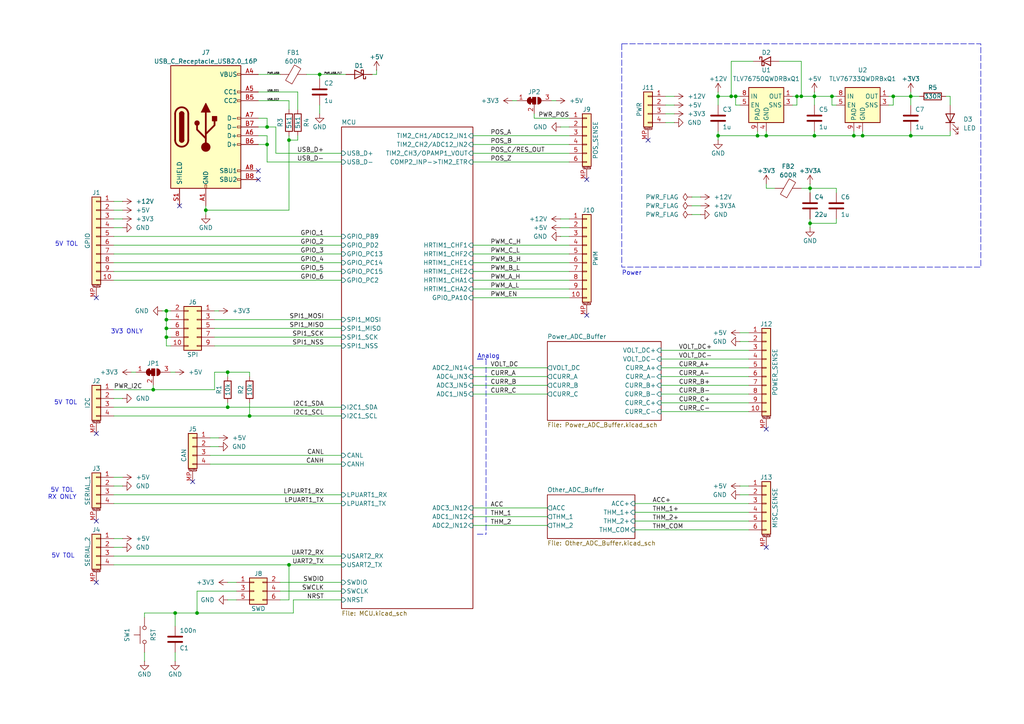
<source format=kicad_sch>
(kicad_sch (version 20250114) (generator "eeschema") (generator_version "9.0")
  (paper "A4")
  (title_block (title "Motor Control Brain Board") (date "2023-10-17") (rev "a"))
  (rectangle (start 180.34 12.7) (end 284.48 77.47) (stroke (width 0) (type dash)))
  (text "5V TOL\nRX ONLY" (at 18.034 143.256 0) (effects (font (size 1.27 1.27))))
  (text "Analog" (at 138.43 104.14 0) (effects (font (size 1.27 1.27)) (justify left bottom)))
  (text "3V3 ONLY" (at 36.83 96.266 0) (effects (font (size 1.27 1.27))))
  (text "Power" (at 180.34 80.01 0) (effects (font (size 1.27 1.27)) (justify left bottom)))
  (text "5V TOL" (at 19.05 116.84 0) (effects (font (size 1.27 1.27))))
  (text "5V TOL" (at 19.304 70.866 0) (effects (font (size 1.27 1.27))))
  (text "5V TOL" (at 18.288 161.29 0) (effects (font (size 1.27 1.27))))
  (junction (at 57.15 177.8))
  (junction (at 66.04 107.95))
  (junction (at 222.25 39.37))
  (junction (at 66.04 118.11))
  (junction (at 259.08 27.94))
  (junction (at 72.39 120.65))
  (junction (at 264.16 39.37))
  (junction (at 234.95 54.61))
  (junction (at 213.36 27.94))
  (junction (at 48.26 97.79))
  (junction (at 83.82 163.83))
  (junction (at 231.14 27.94))
  (junction (at 250.19 39.37))
  (junction (at 48.26 95.25))
  (junction (at 236.22 39.37))
  (junction (at 264.16 27.94))
  (junction (at 247.65 39.37))
  (junction (at 59.69 60.96))
  (junction (at 44.45 113.03))
  (junction (at 236.22 27.94))
  (junction (at 77.47 36.83))
  (junction (at 48.26 90.17))
  (junction (at 83.82 40.64))
  (junction (at 92.71 21.59))
  (junction (at 48.26 92.71))
  (junction (at 234.95 64.77))
  (junction (at 212.09 27.94))
  (junction (at 208.28 27.94))
  (junction (at 232.41 27.94))
  (junction (at 208.28 39.37))
  (junction (at 77.47 41.91))
  (junction (at 219.71 39.37))
  (junction (at 241.3 27.94))
  (junction (at 50.8 177.8))
  (no_connect (at 222.25 158.75))
  (no_connect (at 170.18 52.07))
  (no_connect (at 74.93 49.53))
  (no_connect (at 52.07 59.69))
  (no_connect (at 27.94 151.13))
  (no_connect (at 27.94 86.36))
  (no_connect (at 74.93 52.07))
  (no_connect (at 27.94 168.91))
  (no_connect (at 27.94 125.73))
  (no_connect (at 170.18 91.44))
  (no_connect (at 222.25 124.46))
  (no_connect (at 187.96 40.64))
  (no_connect (at 55.88 139.7))
  (wire (pts (xy 74.93 39.37) (xy 77.47 39.37)))
  (wire (pts (xy 33.02 66.04) (xy 35.56 66.04)))
  (wire (pts (xy 184.15 146.05) (xy 217.17 146.05)))
  (wire (pts (xy 264.16 26.67) (xy 264.16 27.94)))
  (wire (pts (xy 44.45 111.76) (xy 44.45 113.03)))
  (wire (pts (xy 226.06 17.78) (xy 232.41 17.78)))
  (wire (pts (xy 86.36 40.64) (xy 86.36 39.37)))
  (wire (pts (xy 137.16 109.22) (xy 158.75 109.22)))
  (wire (pts (xy 234.95 63.5) (xy 234.95 64.77)))
  (wire (pts (xy 137.16 111.76) (xy 158.75 111.76)))
  (wire (pts (xy 148.59 29.21) (xy 149.86 29.21)))
  (wire (pts (xy 57.15 177.8) (xy 57.15 171.45)))
  (wire (pts (xy 38.1 107.95) (xy 39.37 107.95)))
  (wire (pts (xy 137.16 106.68) (xy 158.75 106.68)))
  (wire (pts (xy 275.59 27.94) (xy 275.59 30.48)))
  (wire (pts (xy 212.09 27.94) (xy 213.36 27.94)))
  (wire (pts (xy 77.47 34.29) (xy 74.93 34.29)))
  (wire (pts (xy 60.96 134.62) (xy 99.06 134.62)))
  (wire (pts (xy 208.28 26.67) (xy 208.28 27.94)))
  (wire (pts (xy 62.23 92.71) (xy 99.06 92.71)))
  (wire (pts (xy 264.16 30.48) (xy 264.16 27.94)))
  (wire (pts (xy 232.41 27.94) (xy 236.22 27.94)))
  (wire (pts (xy 241.3 27.94) (xy 241.3 30.48)))
  (wire (pts (xy 154.94 34.29) (xy 165.1 34.29)))
  (wire (pts (xy 33.02 140.97) (xy 35.56 140.97)))
  (wire (pts (xy 218.44 17.78) (xy 212.09 17.78)))
  (wire (pts (xy 242.57 63.5) (xy 242.57 64.77)))
  (wire (pts (xy 63.5 90.17) (xy 62.23 90.17)))
  (wire (pts (xy 109.22 21.59) (xy 107.95 21.59)))
  (wire (pts (xy 162.56 63.5) (xy 165.1 63.5)))
  (wire (pts (xy 33.02 63.5) (xy 35.56 63.5)))
  (wire (pts (xy 236.22 39.37) (xy 247.65 39.37)))
  (wire (pts (xy 33.02 76.2) (xy 99.06 76.2)))
  (wire (pts (xy 80.01 36.83) (xy 80.01 44.45)))
  (wire (pts (xy 49.53 100.33) (xy 48.26 100.33)))
  (wire (pts (xy 49.53 95.25) (xy 48.26 95.25)))
  (wire (pts (xy 191.77 104.14) (xy 217.17 104.14)))
  (wire (pts (xy 191.77 116.84) (xy 217.17 116.84)))
  (wire (pts (xy 62.23 100.33) (xy 99.06 100.33)))
  (wire (pts (xy 214.63 96.52) (xy 217.17 96.52)))
  (wire (pts (xy 231.14 30.48) (xy 231.14 27.94)))
  (wire (pts (xy 184.15 153.67) (xy 217.17 153.67)))
  (wire (pts (xy 44.45 113.03) (xy 62.23 113.03)))
  (polyline (pts (xy 140.97 104.14) (xy 140.97 154.94)) (stroke (width 0) (type dash)))
  (wire (pts (xy 222.25 54.61) (xy 224.79 54.61)))
  (wire (pts (xy 46.99 90.17) (xy 48.26 90.17)))
  (wire (pts (xy 236.22 30.48) (xy 236.22 27.94)))
  (wire (pts (xy 236.22 39.37) (xy 236.22 38.1)))
  (wire (pts (xy 50.8 177.8) (xy 50.8 181.61)))
  (wire (pts (xy 259.08 30.48) (xy 259.08 27.94)))
  (wire (pts (xy 208.28 39.37) (xy 219.71 39.37)))
  (wire (pts (xy 200.66 59.69) (xy 203.2 59.69)))
  (wire (pts (xy 33.02 158.75) (xy 35.56 158.75)))
  (wire (pts (xy 212.09 17.78) (xy 212.09 27.94)))
  (wire (pts (xy 62.23 113.03) (xy 62.23 107.95)))
  (wire (pts (xy 137.16 78.74) (xy 165.1 78.74)))
  (wire (pts (xy 74.93 29.21) (xy 83.82 29.21)))
  (wire (pts (xy 63.5 129.54) (xy 60.96 129.54)))
  (wire (pts (xy 137.16 41.91) (xy 165.1 41.91)))
  (wire (pts (xy 191.77 106.68) (xy 217.17 106.68)))
  (polyline (pts (xy 138.43 104.14) (xy 140.97 104.14)) (stroke (width 0) (type dash)))
  (wire (pts (xy 241.3 30.48) (xy 242.57 30.48)))
  (wire (pts (xy 219.71 39.37) (xy 222.25 39.37)))
  (wire (pts (xy 208.28 39.37) (xy 208.28 40.64)))
  (wire (pts (xy 200.66 62.23) (xy 203.2 62.23)))
  (wire (pts (xy 83.82 60.96) (xy 59.69 60.96)))
  (wire (pts (xy 86.36 26.67) (xy 86.36 31.75)))
  (wire (pts (xy 83.82 40.64) (xy 83.82 60.96)))
  (wire (pts (xy 41.91 189.23) (xy 41.91 191.77)))
  (wire (pts (xy 77.47 36.83) (xy 80.01 36.83)))
  (wire (pts (xy 50.8 177.8) (xy 57.15 177.8)))
  (wire (pts (xy 62.23 107.95) (xy 66.04 107.95)))
  (wire (pts (xy 214.63 143.51) (xy 217.17 143.51)))
  (wire (pts (xy 213.36 27.94) (xy 214.63 27.94)))
  (wire (pts (xy 92.71 21.59) (xy 100.33 21.59)))
  (wire (pts (xy 242.57 55.88) (xy 242.57 54.61)))
  (wire (pts (xy 234.95 64.77) (xy 234.95 66.04)))
  (wire (pts (xy 250.19 39.37) (xy 264.16 39.37)))
  (wire (pts (xy 81.28 168.91) (xy 99.06 168.91)))
  (wire (pts (xy 60.96 132.08) (xy 99.06 132.08)))
  (wire (pts (xy 191.77 119.38) (xy 217.17 119.38)))
  (wire (pts (xy 48.26 97.79) (xy 48.26 95.25)))
  (wire (pts (xy 184.15 148.59) (xy 217.17 148.59)))
  (wire (pts (xy 49.53 107.95) (xy 50.8 107.95)))
  (wire (pts (xy 77.47 46.99) (xy 99.06 46.99)))
  (wire (pts (xy 236.22 26.67) (xy 236.22 27.94)))
  (wire (pts (xy 66.04 168.91) (xy 68.58 168.91)))
  (wire (pts (xy 137.16 114.3) (xy 158.75 114.3)))
  (wire (pts (xy 232.41 54.61) (xy 234.95 54.61)))
  (wire (pts (xy 62.23 97.79) (xy 99.06 97.79)))
  (wire (pts (xy 83.82 40.64) (xy 83.82 39.37)))
  (wire (pts (xy 33.02 113.03) (xy 44.45 113.03)))
  (wire (pts (xy 66.04 109.22) (xy 66.04 107.95)))
  (wire (pts (xy 109.22 20.32) (xy 109.22 21.59)))
  (wire (pts (xy 162.56 36.83) (xy 165.1 36.83)))
  (wire (pts (xy 137.16 46.99) (xy 165.1 46.99)))
  (wire (pts (xy 77.47 36.83) (xy 77.47 34.29)))
  (wire (pts (xy 208.28 30.48) (xy 208.28 27.94)))
  (wire (pts (xy 184.15 151.13) (xy 217.17 151.13)))
  (wire (pts (xy 74.93 21.59) (xy 81.28 21.59)))
  (wire (pts (xy 88.9 21.59) (xy 92.71 21.59)))
  (wire (pts (xy 250.19 38.1) (xy 250.19 39.37)))
  (wire (pts (xy 33.02 115.57) (xy 35.56 115.57)))
  (wire (pts (xy 257.81 27.94) (xy 259.08 27.94)))
  (wire (pts (xy 137.16 73.66) (xy 165.1 73.66)))
  (wire (pts (xy 234.95 53.34) (xy 234.95 54.61)))
  (wire (pts (xy 57.15 177.8) (xy 85.09 177.8)))
  (wire (pts (xy 50.8 189.23) (xy 50.8 191.77)))
  (wire (pts (xy 247.65 39.37) (xy 250.19 39.37)))
  (wire (pts (xy 49.53 97.79) (xy 48.26 97.79)))
  (wire (pts (xy 193.04 33.02) (xy 195.58 33.02)))
  (wire (pts (xy 35.56 138.43) (xy 33.02 138.43)))
  (wire (pts (xy 59.69 60.96) (xy 59.69 59.69)))
  (wire (pts (xy 74.93 41.91) (xy 77.47 41.91)))
  (wire (pts (xy 222.25 53.34) (xy 222.25 54.61)))
  (wire (pts (xy 274.32 27.94) (xy 275.59 27.94)))
  (wire (pts (xy 191.77 114.3) (xy 217.17 114.3)))
  (wire (pts (xy 33.02 81.28) (xy 99.06 81.28)))
  (wire (pts (xy 77.47 41.91) (xy 77.47 46.99)))
  (wire (pts (xy 214.63 140.97) (xy 217.17 140.97)))
  (wire (pts (xy 66.04 118.11) (xy 99.06 118.11)))
  (wire (pts (xy 80.01 44.45) (xy 99.06 44.45)))
  (wire (pts (xy 83.82 29.21) (xy 83.82 31.75)))
  (wire (pts (xy 72.39 107.95) (xy 72.39 109.22)))
  (wire (pts (xy 137.16 86.36) (xy 165.1 86.36)))
  (wire (pts (xy 208.28 38.1) (xy 208.28 39.37)))
  (wire (pts (xy 229.87 27.94) (xy 231.14 27.94)))
  (wire (pts (xy 213.36 27.94) (xy 213.36 30.48)))
  (wire (pts (xy 247.65 38.1) (xy 247.65 39.37)))
  (wire (pts (xy 41.91 177.8) (xy 50.8 177.8)))
  (wire (pts (xy 137.16 149.86) (xy 158.75 149.86)))
  (wire (pts (xy 33.02 68.58) (xy 99.06 68.58)))
  (wire (pts (xy 48.26 92.71) (xy 48.26 90.17)))
  (wire (pts (xy 264.16 27.94) (xy 266.7 27.94)))
  (wire (pts (xy 275.59 38.1) (xy 275.59 39.37)))
  (wire (pts (xy 208.28 27.94) (xy 212.09 27.94)))
  (wire (pts (xy 83.82 40.64) (xy 86.36 40.64)))
  (wire (pts (xy 33.02 143.51) (xy 99.06 143.51)))
  (wire (pts (xy 92.71 30.48) (xy 92.71 33.02)))
  (wire (pts (xy 234.95 55.88) (xy 234.95 54.61)))
  (wire (pts (xy 264.16 39.37) (xy 275.59 39.37)))
  (wire (pts (xy 77.47 39.37) (xy 77.47 41.91)))
  (wire (pts (xy 66.04 107.95) (xy 72.39 107.95)))
  (wire (pts (xy 74.93 26.67) (xy 86.36 26.67)))
  (wire (pts (xy 66.04 173.99) (xy 68.58 173.99)))
  (wire (pts (xy 60.96 127) (xy 63.5 127)))
  (wire (pts (xy 48.26 90.17) (xy 49.53 90.17)))
  (wire (pts (xy 33.02 156.21) (xy 35.56 156.21)))
  (wire (pts (xy 33.02 120.65) (xy 72.39 120.65)))
  (wire (pts (xy 85.09 177.8) (xy 85.09 173.99)))
  (wire (pts (xy 217.17 99.06) (xy 214.63 99.06)))
  (wire (pts (xy 33.02 118.11) (xy 66.04 118.11)))
  (wire (pts (xy 137.16 44.45) (xy 165.1 44.45)))
  (wire (pts (xy 137.16 39.37) (xy 165.1 39.37)))
  (wire (pts (xy 137.16 76.2) (xy 165.1 76.2)))
  (wire (pts (xy 154.94 34.29) (xy 154.94 33.02)))
  (wire (pts (xy 33.02 163.83) (xy 83.82 163.83)))
  (wire (pts (xy 74.93 36.83) (xy 77.47 36.83)))
  (wire (pts (xy 72.39 120.65) (xy 99.06 120.65)))
  (wire (pts (xy 33.02 146.05) (xy 99.06 146.05)))
  (polyline (pts (xy 138.43 104.14) (xy 140.97 104.14)) (stroke (width 0) (type dash)))
  (wire (pts (xy 231.14 30.48) (xy 229.87 30.48)))
  (wire (pts (xy 191.77 111.76) (xy 217.17 111.76)))
  (wire (pts (xy 33.02 60.96) (xy 35.56 60.96)))
  (wire (pts (xy 137.16 147.32) (xy 158.75 147.32)))
  (wire (pts (xy 259.08 27.94) (xy 264.16 27.94)))
  (wire (pts (xy 236.22 27.94) (xy 241.3 27.94)))
  (wire (pts (xy 165.1 66.04) (xy 162.56 66.04)))
  (wire (pts (xy 81.28 171.45) (xy 99.06 171.45)))
  (wire (pts (xy 232.41 17.78) (xy 232.41 27.94)))
  (wire (pts (xy 83.82 163.83) (xy 99.06 163.83)))
  (wire (pts (xy 234.95 54.61) (xy 242.57 54.61)))
  (wire (pts (xy 41.91 179.07) (xy 41.91 177.8)))
  (wire (pts (xy 57.15 171.45) (xy 68.58 171.45)))
  (wire (pts (xy 222.25 38.1) (xy 222.25 39.37)))
  (wire (pts (xy 35.56 58.42) (xy 33.02 58.42)))
  (polyline (pts (xy 138.43 154.94) (xy 140.97 154.94)) (stroke (width 0) (type dash)))
  (wire (pts (xy 231.14 27.94) (xy 232.41 27.94)))
  (wire (pts (xy 162.56 68.58) (xy 165.1 68.58)))
  (wire (pts (xy 33.02 73.66) (xy 99.06 73.66)))
  (wire (pts (xy 242.57 64.77) (xy 234.95 64.77)))
  (wire (pts (xy 219.71 38.1) (xy 219.71 39.37)))
  (wire (pts (xy 161.29 29.21) (xy 160.02 29.21)))
  (wire (pts (xy 33.02 78.74) (xy 99.06 78.74)))
  (wire (pts (xy 259.08 30.48) (xy 257.81 30.48)))
  (wire (pts (xy 191.77 109.22) (xy 217.17 109.22)))
  (wire (pts (xy 200.66 57.15) (xy 203.2 57.15)))
  (wire (pts (xy 33.02 161.29) (xy 99.06 161.29)))
  (wire (pts (xy 193.04 30.48) (xy 195.58 30.48)))
  (wire (pts (xy 137.16 152.4) (xy 158.75 152.4)))
  (wire (pts (xy 137.16 83.82) (xy 165.1 83.82)))
  (wire (pts (xy 193.04 35.56) (xy 195.58 35.56)))
  (wire (pts (xy 81.28 173.99) (xy 83.82 173.99)))
  (wire (pts (xy 33.02 71.12) (xy 99.06 71.12)))
  (wire (pts (xy 72.39 116.84) (xy 72.39 120.65)))
  (wire (pts (xy 48.26 92.71) (xy 48.26 95.25)))
  (wire (pts (xy 222.25 39.37) (xy 236.22 39.37)))
  (wire (pts (xy 191.77 101.6) (xy 217.17 101.6)))
  (wire (pts (xy 49.53 92.71) (xy 48.26 92.71)))
  (wire (pts (xy 85.09 173.99) (xy 99.06 173.99)))
  (wire (pts (xy 66.04 116.84) (xy 66.04 118.11)))
  (wire (pts (xy 195.58 27.94) (xy 193.04 27.94)))
  (wire (pts (xy 48.26 97.79) (xy 48.26 100.33)))
  (wire (pts (xy 213.36 30.48) (xy 214.63 30.48)))
  (wire (pts (xy 92.71 21.59) (xy 92.71 22.86)))
  (wire (pts (xy 59.69 60.96) (xy 59.69 62.23)))
  (wire (pts (xy 264.16 39.37) (xy 264.16 38.1)))
  (wire (pts (xy 83.82 163.83) (xy 83.82 173.99)))
  (wire (pts (xy 241.3 27.94) (xy 242.57 27.94)))
  (wire (pts (xy 137.16 81.28) (xy 165.1 81.28)))
  (wire (pts (xy 137.16 71.12) (xy 165.1 71.12)))
  (wire (pts (xy 62.23 95.25) (xy 99.06 95.25)))
  (label "SPI1_MOSI" (at 93.98 92.71 180))
  (label "ACC+" (at 189.23 146.05 0))
  (label "USB_CC2" (at 77.47 29.21 0) (effects (font (size 0.5 0.5))))
  (label "VOLT_DC+" (at 196.85 101.6 0))
  (label "LPUART1_RX" (at 93.98 143.51 180))
  (label "CURR_A-" (at 196.85 109.22 0))
  (label "CANL" (at 93.98 132.08 180))
  (label "CURR_B+" (at 196.85 111.76 0))
  (label "GPIO_5" (at 93.98 78.74 180))
  (label "POS_C{slash}RES_OUT" (at 142.24 44.45 0))
  (label "POS_A" (at 142.24 39.37 0))
  (label "SPI1_NSS" (at 93.98 100.33 180))
  (label "CURR_C" (at 142.24 114.3 0))
  (label "PWM_A_H" (at 142.24 81.28 0))
  (label "PWM_C_H" (at 142.24 71.12 0))
  (label "THM_1+" (at 189.23 148.59 0))
  (label "GPIO_3" (at 93.98 73.66 180))
  (label "SWDIO" (at 93.98 168.91 180))
  (label "PWR_I2C" (at 33.02 113.03 0))
  (label "PWR_POS" (at 165.1 34.29 180))
  (label "CURR_C-" (at 196.85 119.38 0))
  (label "USB_D+" (at 93.98 44.45 180))
  (label "USB_CC1" (at 77.47 26.67 0) (effects (font (size 0.5 0.5))))
  (label "PWR_USB_FLT" (at 93.98 21.59 0) (effects (font (size 0.5 0.5))))
  (label "GPIO_2" (at 93.98 71.12 180))
  (label "VOLT_DC-" (at 196.85 104.14 0))
  (label "PWM_A_L" (at 142.24 83.82 0))
  (label "SPI1_MISO" (at 93.98 95.25 180))
  (label "CANH" (at 93.98 134.62 180))
  (label "CURR_C+" (at 196.85 116.84 0))
  (label "UART2_RX" (at 93.98 161.29 180))
  (label "PWM_B_H" (at 142.24 76.2 0))
  (label "VOLT_DC" (at 142.24 106.68 0))
  (label "POS_B" (at 142.24 41.91 0))
  (label "GPIO_1" (at 93.98 68.58 180))
  (label "NRST" (at 93.98 173.99 180))
  (label "PWR_USB" (at 77.47 21.59 0) (effects (font (size 0.5 0.5))))
  (label "CURR_B" (at 142.24 111.76 0))
  (label "THM_2+" (at 189.23 151.13 0))
  (label "PWM_EN" (at 142.24 86.36 0))
  (label "ACC" (at 142.24 147.32 0))
  (label "THM_1" (at 142.24 149.86 0))
  (label "SPI1_SCK" (at 93.98 97.79 180))
  (label "USB_D-" (at 93.98 46.99 180))
  (label "CURR_A+" (at 196.85 106.68 0))
  (label "UART2_TX" (at 93.98 163.83 180))
  (label "GPIO_4" (at 93.98 76.2 180))
  (label "PWM_B_L" (at 142.24 78.74 0))
  (label "PWM_C_L" (at 142.24 73.66 0))
  (label "GPIO_6" (at 93.98 81.28 180))
  (label "SWCLK" (at 93.98 171.45 180))
  (label "THM_2" (at 142.24 152.4 0))
  (label "I2C1_SCL" (at 93.98 120.65 180))
  (label "POS_Z" (at 142.24 46.99 0))
  (label "CURR_B-" (at 196.85 114.3 0))
  (label "I2C1_SDA" (at 93.98 118.11 180))
  (label "THM_COM" (at 189.23 153.67 0))
  (label "LPUART1_TX" (at 93.98 146.05 180))
  (label "CURR_A" (at 142.24 109.22 0))
  (symbol (lib_id "Device:C") (at 236.22 34.29 0) (unit 1)
    (property "Reference" "C5" (at 237.49 31.75 0) (effects (justify left)))
    (property "Value" "1u" (at 237.49 36.83 0) (effects (justify left)))
    (property "Footprint" "Capacitor_SMD:C_0402_1005Metric" (effects (hide yes)))
    (property "Description" "Unpolarized capacitor" (effects (hide yes)))
  )
  (symbol (lib_id "Device:C") (at 50.8 185.42 180) (unit 1)
    (property "Reference" "C1" (at 52.07 187.96 0) (effects (justify right)))
    (property "Value" "100n" (at 52.07 182.88 0) (effects (justify right)))
    (property "Footprint" "Capacitor_SMD:C_0402_1005Metric" (effects (hide yes)))
    (property "Description" "Unpolarized capacitor" (effects (hide yes)))
  )
  (symbol (lib_id "power:+3V3") (at 63.5 90.17 270) (unit 1)
    (property "Reference" "#PWR015" (effects (hide yes)))
    (property "Value" "+3V3" (at 67.31 90.1699 90) (effects (justify left)))
    (property "Description" "Power symbol creates a global label with name \"+3V3\"" (effects (hide yes)))
  )
  (symbol (lib_id "Device:R") (at 66.04 113.03 0) (unit 1)
    (property "Reference" "R1" (at 63.5 113.03 90))
    (property "Value" "10k" (at 66.04 113.03 90))
    (property "Footprint" "Resistor_SMD:R_0402_1005Metric" (effects (hide yes)))
    (property "Description" "Resistor" (effects (hide yes)))
  )
  (symbol (lib_id "power:GND") (at 41.91 191.77 0) (unit 1)
    (property "Reference" "#PWR010" (effects (hide yes)))
    (property "Value" "GND" (at 41.91 195.58 0))
    (property "Description" "Power symbol creates a global label with name \"GND\" , ground" (effects (hide yes)))
  )
  (symbol (lib_id "power:GND") (at 59.69 62.23 0) (unit 1)
    (property "Reference" "#PWR014" (effects (hide yes)))
    (property "Value" "GND" (at 59.69 66.04 0))
    (property "Description" "Power symbol creates a global label with name \"GND\" , ground" (effects (hide yes)))
  )
  (symbol (lib_id "Connector_Generic_MountingPin:Conn_01x04_MountingPin") (at 187.96 30.48 0) (mirror y) (unit 1)
    (property "Reference" "J11" (at 187.96 25.4 0))
    (property "Value" "PWR" (at 185.42 31.75 90))
    (property "Footprint" "Connector_JST:JST_GH_SM04B-GHS-TB_1x04-1MP_P1.25mm_Horizontal" (effects (hide yes)))
    (property "Description" "Generic connectable mounting pin connector, single row, 01x04, script generated (kicad-library-utils/schlib/autogen/connector/)" (effects (hide yes)))
  )
  (symbol (lib_id "Connector_Generic_MountingPin:Conn_01x04_MountingPin") (at 55.88 129.54 0) (mirror y) (unit 1)
    (property "Reference" "J5" (at 55.88 124.46 0))
    (property "Value" "CAN" (at 53.34 132.08 90))
    (property "Footprint" "Connector_JST:JST_GH_SM04B-GHS-TB_1x04-1MP_P1.25mm_Horizontal" (effects (hide yes)))
    (property "Description" "Generic connectable mounting pin connector, single row, 01x04, script generated (kicad-library-utils/schlib/autogen/connector/)" (effects (hide yes)))
  )
  (symbol (lib_id "Connector_Generic:Conn_02x03_Odd_Even") (at 73.66 171.45 0) (unit 1) (in_bom no)
    (property "Reference" "J8" (at 74.93 166.37 0))
    (property "Value" "SWD" (at 74.93 176.53 0))
    (property "Footprint" "Connector:Tag-Connect_TC2030-IDC-FP_2x03_P1.27mm_Vertical" (effects (hide yes)))
    (property "Description" "Generic connector, double row, 02x03, odd/even pin numbering scheme (row 1 odd numbers, row 2 even numbers), script generated (kicad-library-utils/schlib/autogen/connector/)" (effects (hide yes)))
  )
  (symbol (lib_id "Device:C") (at 92.71 26.67 0) (unit 1)
    (property "Reference" "C2" (at 93.98 24.13 0) (effects (justify left)))
    (property "Value" "1u" (at 93.98 29.21 0) (effects (justify left)))
    (property "Footprint" "Capacitor_SMD:C_0402_1005Metric" (effects (hide yes)))
    (property "Description" "Unpolarized capacitor" (effects (hide yes)))
  )
  (symbol (lib_id "power:+3V3") (at 35.56 63.5 270) (unit 1)
    (property "Reference" "#PWR02" (effects (hide yes)))
    (property "Value" "+3V3" (at 39.37 63.4999 90) (effects (justify left)))
    (property "Description" "Power symbol creates a global label with name \"+3V3\"" (effects (hide yes)))
  )
  (symbol (lib_id "power:+5V") (at 214.63 140.97 90) (unit 1)
    (property "Reference" "#PWR039" (effects (hide yes)))
    (property "Value" "+5V" (at 210.82 140.97 90) (effects (justify left)))
    (property "Description" "Power symbol creates a global label with name \"+5V\"" (effects (hide yes)))
  )
  (symbol (lib_id "power:+3V3") (at 66.04 168.91 90) (unit 1)
    (property "Reference" "#PWR018" (effects (hide yes)))
    (property "Value" "+3V3" (at 62.23 168.9099 90) (effects (justify left)))
    (property "Description" "Power symbol creates a global label with name \"+3V3\"" (effects (hide yes)))
  )
  (symbol (lib_id "power:+3.3VA") (at 203.2 59.69 270) (unit 1)
    (property "Reference" "#PWR033" (effects (hide yes)))
    (property "Value" "+3V3A" (at 207.01 59.69 90) (effects (justify left)))
    (property "Description" "Power symbol creates a global label with name \"+3.3VA\"" (effects (hide yes)))
  )
  (symbol (lib_id "power:GND") (at 195.58 35.56 90) (unit 1)
    (property "Reference" "#PWR031" (effects (hide yes)))
    (property "Value" "GND" (at 199.39 35.56 90) (effects (justify right)))
    (property "Description" "Power symbol creates a global label with name \"GND\" , ground" (effects (hide yes)))
  )
  (symbol (lib_id "power:+5V") (at 109.22 20.32 0) (unit 1)
    (property "Reference" "#PWR021" (effects (hide yes)))
    (property "Value" "+5V" (at 109.22 16.51 0))
    (property "Description" "Power symbol creates a global label with name \"+5V\"" (effects (hide yes)))
  )
  (symbol (lib_id "power:+5V") (at 50.8 107.95 270) (unit 1)
    (property "Reference" "#PWR012" (effects (hide yes)))
    (property "Value" "+5V" (at 54.61 107.95 90) (effects (justify left)))
    (property "Description" "Power symbol creates a global label with name \"+5V\"" (effects (hide yes)))
  )
  (symbol (lib_id "Device:LED") (at 275.59 34.29 90) (unit 1)
    (property "Reference" "D3" (at 279.4 34.6074 90) (effects (justify right)))
    (property "Value" "LED" (at 279.4 37.1474 90) (effects (justify right)))
    (property "Footprint" "LED_SMD:LED_0603_1608Metric" (effects (hide yes)))
    (property "Description" "Light emitting diode" (effects (hide yes)))
  )
  (symbol (lib_id "Device:D_Schottky") (at 104.14 21.59 180) (unit 1)
    (property "Reference" "D1" (at 104.14 19.05 0))
    (property "Value" "D_Schottky" (effects (hide yes)))
    (property "Footprint" "Diode_SMD:D_0402_1005Metric" (effects (hide yes)))
    (property "Description" "Schottky diode" (effects (hide yes)))
  )
  (symbol (lib_id "Connector_Generic_MountingPin:Conn_01x10_MountingPin") (at 27.94 68.58 0) (mirror y) (unit 1)
    (property "Reference" "J1" (at 27.94 55.88 0))
    (property "Value" "GPIO" (at 25.4 69.85 90))
    (property "Footprint" "Connector_JST:JST_GH_SM10B-GHS-TB_1x10-1MP_P1.25mm_Horizontal" (effects (hide yes)))
    (property "Description" "Generic connectable mounting pin connector, single row, 01x10, script generated (kicad-library-utils/schlib/autogen/connector/)" (effects (hide yes)))
  )
  (symbol (lib_id "power:+12V") (at 208.28 26.67 0) (unit 1)
    (property "Reference" "#PWR035" (effects (hide yes)))
    (property "Value" "+12V" (at 208.28 22.86 0))
    (property "Description" "Power symbol creates a global label with name \"+12V\"" (effects (hide yes)))
  )
  (symbol (lib_id "power:GND") (at 162.56 36.83 270) (unit 1)
    (property "Reference" "#PWR024" (effects (hide yes)))
    (property "Value" "GND" (at 158.75 36.83 90) (effects (justify right)))
    (property "Description" "Power symbol creates a global label with name \"GND\" , ground" (effects (hide yes)))
  )
  (symbol (lib_id "power:GND") (at 234.95 66.04 0) (unit 1)
    (property "Reference" "#PWR043" (effects (hide yes)))
    (property "Value" "GND" (at 234.95 69.85 0))
    (property "Description" "Power symbol creates a global label with name \"GND\" , ground" (effects (hide yes)))
  )
  (symbol (lib_id "Connector_Generic_MountingPin:Conn_01x06_MountingPin") (at 170.18 39.37 0) (unit 1)
    (property "Reference" "J9" (at 170.18 31.75 0))
    (property "Value" "POS_SENSE" (at 172.72 40.64 90))
    (property "Footprint" "Connector_JST:JST_GH_SM06B-GHS-TB_1x06-1MP_P1.25mm_Horizontal" (effects (hide yes)))
    (property "Description" "Generic connectable mounting pin connector, single row, 01x06, script generated (kicad-library-utils/schlib/autogen/connector/)" (effects (hide yes)))
  )
  (symbol (lib_id "Device:R") (at 72.39 113.03 0) (unit 1)
    (property "Reference" "R2" (at 69.85 113.03 90))
    (property "Value" "10k" (at 72.39 113.03 90))
    (property "Footprint" "Resistor_SMD:R_0402_1005Metric" (effects (hide yes)))
    (property "Description" "Resistor" (effects (hide yes)))
  )
  (symbol (lib_id "power:+12V") (at 195.58 27.94 270) (unit 1)
    (property "Reference" "#PWR028" (effects (hide yes)))
    (property "Value" "+12V" (at 199.39 27.94 90) (effects (justify left)))
    (property "Description" "Power symbol creates a global label with name \"+12V\"" (effects (hide yes)))
  )
  (symbol (lib_id "Connector_Generic:Conn_02x05_Odd_Even") (at 57.15 95.25 0) (mirror y) (unit 1)
    (property "Reference" "J6" (at 55.88 87.63 0))
    (property "Value" "SPI" (at 55.88 102.87 0))
    (property "Footprint" "Connector_PinHeader_1.27mm:PinHeader_2x05_P1.27mm_Vertical" (effects (hide yes)))
    (property "Description" "Generic connector, double row, 02x05, odd/even pin numbering scheme (row 1 odd numbers, row 2 even numbers), script generated (kicad-library-utils/schlib/autogen/connector/)" (effects (hide yes)))
  )
  (symbol (lib_id "Device:FerriteBead") (at 228.6 54.61 90) (unit 1)
    (property "Reference" "FB2" (at 228.6 48.26 90))
    (property "Value" "600R" (at 228.6 50.8 90))
    (property "Footprint" "Inductor_SMD:L_0603_1608Metric" (effects (hide yes)))
    (property "Description" "Ferrite bead" (effects (hide yes)))
  )
  (symbol (lib_id "Device:C") (at 242.57 59.69 0) (unit 1)
    (property "Reference" "C6" (at 243.84 57.15 0) (effects (justify left)))
    (property "Value" "1u" (at 243.84 62.23 0) (effects (justify left)))
    (property "Footprint" "Capacitor_SMD:C_0402_1005Metric" (effects (hide yes)))
    (property "Description" "Unpolarized capacitor" (effects (hide yes)))
  )
  (symbol (lib_id "power:GND") (at 162.56 68.58 270) (unit 1)
    (property "Reference" "#PWR027" (effects (hide yes)))
    (property "Value" "GND" (at 158.75 68.58 90) (effects (justify right)))
    (property "Description" "Power symbol creates a global label with name \"GND\" , ground" (effects (hide yes)))
  )
  (symbol (lib_id "Device:C") (at 208.28 34.29 0) (unit 1)
    (property "Reference" "C3" (at 209.55 31.75 0) (effects (justify left)))
    (property "Value" "1u" (at 209.55 36.83 0) (effects (justify left)))
    (property "Footprint" "Capacitor_SMD:C_0402_1005Metric" (effects (hide yes)))
    (property "Description" "Unpolarized capacitor" (effects (hide yes)))
  )
  (symbol (lib_id "Connector_Generic_MountingPin:Conn_01x04_MountingPin") (at 27.94 158.75 0) (mirror y) (unit 1)
    (property "Reference" "J4" (at 27.94 153.67 0))
    (property "Value" "SERIAL_2" (at 25.4 160.02 90))
    (property "Footprint" "Connector_JST:JST_GH_SM04B-GHS-TB_1x04-1MP_P1.25mm_Horizontal" (effects (hide yes)))
    (property "Description" "Generic connectable mounting pin connector, single row, 01x04, script generated (kicad-library-utils/schlib/autogen/connector/)" (effects (hide yes)))
  )
  (symbol (lib_id "power:+5V") (at 35.56 156.21 270) (unit 1)
    (property "Reference" "#PWR07" (effects (hide yes)))
    (property "Value" "+5V" (at 39.37 156.21 90) (effects (justify left)))
    (property "Description" "Power symbol creates a global label with name \"+5V\"" (effects (hide yes)))
  )
  (symbol (lib_id "power:GND") (at 35.56 66.04 90) (unit 1)
    (property "Reference" "#PWR03" (effects (hide yes)))
    (property "Value" "GND" (at 39.37 66.04 90) (effects (justify right)))
    (property "Description" "Power symbol creates a global label with name \"GND\" , ground" (effects (hide yes)))
  )
  (symbol (lib_id "power:GND") (at 208.28 40.64 0) (unit 1)
    (property "Reference" "#PWR036" (effects (hide yes)))
    (property "Value" "GND" (at 208.28 44.45 0))
    (property "Description" "Power symbol creates a global label with name \"GND\" , ground" (effects (hide yes)))
  )
  (symbol (lib_id "power:GND") (at 214.63 99.06 270) (unit 1)
    (property "Reference" "#PWR038" (effects (hide yes)))
    (property "Value" "GND" (at 210.82 99.06 90) (effects (justify right)))
    (property "Description" "Power symbol creates a global label with name \"GND\" , ground" (effects (hide yes)))
  )
  (symbol (lib_id "Device:R") (at 83.82 35.56 0) (unit 1)
    (property "Reference" "R3" (at 81.28 35.56 90))
    (property "Value" "5k1" (at 83.82 35.56 90))
    (property "Footprint" "Resistor_SMD:R_0402_1005Metric" (effects (hide yes)))
    (property "Description" "Resistor" (effects (hide yes)))
  )
  (symbol (lib_id "power:GND") (at 35.56 158.75 90) (unit 1)
    (property "Reference" "#PWR08" (effects (hide yes)))
    (property "Value" "GND" (at 39.37 158.75 90) (effects (justify right)))
    (property "Description" "Power symbol creates a global label with name \"GND\" , ground" (effects (hide yes)))
  )
  (symbol (lib_id "power:GND") (at 203.2 62.23 90) (unit 1)
    (property "Reference" "#PWR034" (effects (hide yes)))
    (property "Value" "GND" (at 207.01 62.23 90) (effects (justify right)))
    (property "Description" "Power symbol creates a global label with name \"GND\" , ground" (effects (hide yes)))
  )
  (symbol (lib_id "power:+3V3") (at 264.16 26.67 0) (unit 1)
    (property "Reference" "#PWR045" (effects (hide yes)))
    (property "Value" "+3V3" (at 264.16 22.86 0))
    (property "Description" "Power symbol creates a global label with name \"+3V3\"" (effects (hide yes)))
  )
  (symbol (lib_id "Switch:SW_Push") (at 41.91 184.15 90) (unit 1)
    (property "Reference" "SW1" (at 36.83 184.15 0))
    (property "Value" "RST" (at 44.45 184.15 0))
    (property "Footprint" "Button_Switch_SMD:SW_SPST_PTS810" (effects (hide yes)))
    (property "Description" "Push button switch, generic, two pins" (effects (hide yes)))
  )
  (symbol (lib_id "power:+12V") (at 35.56 58.42 270) (unit 1)
    (property "Reference" "#PWR0100" (effects (hide yes)))
    (property "Value" "+12V" (at 39.37 58.42 90) (effects (justify left)))
    (property "Description" "Power symbol creates a global label with name \"+12V\"" (effects (hide yes)))
  )
  (symbol (lib_id "power:+3V3") (at 195.58 33.02 270) (unit 1)
    (property "Reference" "#PWR030" (effects (hide yes)))
    (property "Value" "+3V3" (at 199.39 33.02 90) (effects (justify left)))
    (property "Description" "Power symbol creates a global label with name \"+3V3\"" (effects (hide yes)))
  )
  (symbol (lib_id "power:PWR_FLAG") (at 200.66 62.23 90) (unit 1)
    (property "Reference" "#FLG03" (effects (hide yes)))
    (property "Value" "PWR_FLAG" (at 196.85 62.2299 90) (effects (justify left)))
    (property "Description" "Special symbol for telling ERC where power comes from" (effects (hide yes)))
  )
  (symbol (lib_id "power:GND") (at 92.71 33.02 0) (unit 1)
    (property "Reference" "#PWR020" (effects (hide yes)))
    (property "Value" "GND" (at 92.71 36.83 0))
    (property "Description" "Power symbol creates a global label with name \"GND\" , ground" (effects (hide yes)))
  )
  (symbol (lib_id "power:GND") (at 66.04 173.99 270) (unit 1)
    (property "Reference" "#PWR019" (effects (hide yes)))
    (property "Value" "GND" (at 62.23 173.99 90) (effects (justify right)))
    (property "Description" "Power symbol creates a global label with name \"GND\" , ground" (effects (hide yes)))
  )
  (symbol (lib_id "Device:C") (at 234.95 59.69 0) (unit 1)
    (property "Reference" "C4" (at 236.22 57.15 0) (effects (justify left)))
    (property "Value" "22u" (at 236.22 62.23 0) (effects (justify left)))
    (property "Footprint" "Capacitor_SMD:C_0402_1005Metric" (effects (hide yes)))
    (property "Description" "Unpolarized capacitor" (effects (hide yes)))
  )
  (symbol (lib_id "Connector_Generic_MountingPin:Conn_01x04_MountingPin") (at 27.94 140.97 0) (mirror y) (unit 1)
    (property "Reference" "J3" (at 27.94 135.89 0))
    (property "Value" "SERIAL_1" (at 25.4 142.24 90))
    (property "Footprint" "Connector_JST:JST_GH_SM04B-GHS-TB_1x04-1MP_P1.25mm_Horizontal" (effects (hide yes)))
    (property "Description" "Generic connectable mounting pin connector, single row, 01x04, script generated (kicad-library-utils/schlib/autogen/connector/)" (effects (hide yes)))
  )
  (symbol (lib_id "Device:R") (at 270.51 27.94 90) (unit 1)
    (property "Reference" "R5" (at 270.51 25.4 90))
    (property "Value" "330R" (at 270.51 27.94 90))
    (property "Footprint" "Resistor_SMD:R_0402_1005Metric" (effects (hide yes)))
    (property "Description" "Resistor" (effects (hide yes)))
  )
  (symbol (lib_id "Device:R") (at 86.36 35.56 0) (unit 1)
    (property "Reference" "R4" (at 88.9 35.56 90))
    (property "Value" "5k1" (at 86.36 35.56 90))
    (property "Footprint" "Resistor_SMD:R_0402_1005Metric" (effects (hide yes)))
    (property "Description" "Resistor" (effects (hide yes)))
  )
  (symbol (lib_id "power:+5V") (at 35.56 138.43 270) (unit 1)
    (property "Reference" "#PWR05" (effects (hide yes)))
    (property "Value" "+5V" (at 39.37 138.43 90) (effects (justify left)))
    (property "Description" "Power symbol creates a global label with name \"+5V\"" (effects (hide yes)))
  )
  (symbol (lib_id "power:+3.3VA") (at 234.95 53.34 0) (unit 1)
    (property "Reference" "#PWR042" (effects (hide yes)))
    (property "Value" "+3V3A" (at 234.95 49.53 0))
    (property "Description" "Power symbol creates a global label with name \"+3.3VA\"" (effects (hide yes)))
  )
  (symbol (lib_id "power:+5V") (at 161.29 29.21 270) (unit 1)
    (property "Reference" "#PWR023" (effects (hide yes)))
    (property "Value" "+5V" (at 165.1 29.21 90) (effects (justify left)))
    (property "Description" "Power symbol creates a global label with name \"+5V\"" (effects (hide yes)))
  )
  (symbol (lib_id "Connector:USB_C_Receptacle_USB2.0_16P") (at 59.69 36.83 0) (unit 1)
    (property "Reference" "J7" (at 59.69 15.24 0))
    (property "Value" "USB_C_Receptacle_USB2.0_16P" (at 59.69 17.78 0))
    (property "Footprint" "Connector_USB:USB_C_Receptacle_GCT_USB4110" (effects (hide yes)))
    (property "Datasheet" "https://www.usb.org/sites/default/files/documents/usb_type-c.zip" (effects (hide yes)))
    (property "Description" "USB 2.0-only 16P Type-C Receptacle connector" (effects (hide yes)))
  )
  (symbol (lib_name "SolderJumper_3_Bridged12_1") (lib_id "Jumper:SolderJumper_3_Bridged12") (at 44.45 107.95 0) (unit 1) (exclude_from_sim yes) (in_bom no)
    (property "Reference" "JP1" (at 44.45 105.41 0))
    (property "Value" "SolderJumper_3_Open" (effects (hide yes)))
    (property "Footprint" "Jumper:SolderJumper-3_P1.3mm_Bridged12_RoundedPad1.0x1.5mm" (effects (hide yes)))
    (property "Description" "3-pole Solder Jumper, pins 1+2 closed/bridged" (effects (hide yes)))
  )
  (symbol (lib_id "power:+5V") (at 35.56 60.96 270) (unit 1)
    (property "Reference" "#PWR01" (effects (hide yes)))
    (property "Value" "+5V" (at 39.37 60.96 90) (effects (justify left)))
    (property "Description" "Power symbol creates a global label with name \"+5V\"" (effects (hide yes)))
  )
  (symbol (lib_id "Connector_Generic_MountingPin:Conn_01x04_MountingPin") (at 27.94 115.57 0) (mirror y) (unit 1)
    (property "Reference" "J2" (at 27.94 110.49 0))
    (property "Value" "I2C" (at 25.4 116.84 90))
    (property "Footprint" "Connector_JST:JST_GH_SM04B-GHS-TB_1x04-1MP_P1.25mm_Horizontal" (effects (hide yes)))
    (property "Description" "Generic connectable mounting pin connector, single row, 01x04, script generated (kicad-library-utils/schlib/autogen/connector/)" (effects (hide yes)))
  )
  (symbol (lib_id "power:GND") (at 63.5 129.54 90) (unit 1)
    (property "Reference" "#PWR017" (effects (hide yes)))
    (property "Value" "GND" (at 67.31 129.54 90) (effects (justify right)))
    (property "Description" "Power symbol creates a global label with name \"GND\" , ground" (effects (hide yes)))
  )
  (symbol (lib_id "power:+12V") (at 162.56 63.5 90) (unit 1)
    (property "Reference" "#PWR025" (effects (hide yes)))
    (property "Value" "+12V" (at 158.75 63.4999 90) (effects (justify left)))
    (property "Description" "Power symbol creates a global label with name \"+12V\"" (effects (hide yes)))
  )
  (symbol (lib_id "Connector_Generic_MountingPin:Conn_01x10_MountingPin") (at 170.18 73.66 0) (unit 1)
    (property "Reference" "J10" (at 168.91 60.96 0) (effects (justify left)))
    (property "Value" "PWM" (at 172.72 74.93 90))
    (property "Footprint" "Connector_JST:JST_GH_SM10B-GHS-TB_1x10-1MP_P1.25mm_Horizontal" (effects (hide yes)))
    (property "Description" "Generic connectable mounting pin connector, single row, 01x10, script generated (kicad-library-utils/schlib/autogen/connector/)" (effects (hide yes)))
  )
  (symbol (lib_id "power:PWR_FLAG") (at 200.66 57.15 90) (unit 1)
    (property "Reference" "#FLG01" (effects (hide yes)))
    (property "Value" "PWR_FLAG" (at 196.85 57.1499 90) (effects (justify left)))
    (property "Description" "Special symbol for telling ERC where power comes from" (effects (hide yes)))
  )
  (symbol (lib_id "Device:D_Schottky") (at 222.25 17.78 0) (unit 1)
    (property "Reference" "D2" (at 222.25 15.24 0))
    (property "Value" "D_Schottky" (effects (hide yes)))
    (property "Footprint" "Diode_SMD:D_0402_1005Metric" (effects (hide yes)))
    (property "Description" "Schottky diode" (effects (hide yes)))
  )
  (symbol (lib_id "power:GND") (at 214.63 143.51 270) (unit 1)
    (property "Reference" "#PWR040" (effects (hide yes)))
    (property "Value" "GND" (at 210.82 143.51 90) (effects (justify right)))
    (property "Description" "Power symbol creates a global label with name \"GND\" , ground" (effects (hide yes)))
  )
  (symbol (lib_id "Regulator_Linear:TLV76733QWDRBxQ1") (at 250.19 30.48 0) (unit 1)
    (property "Reference" "U2" (at 250.19 20.32 0))
    (property "Value" "TLV76733QWDRBxQ1" (at 250.19 22.86 0))
    (property "Footprint" "Package_SON:VSON-8-1EP_3x3mm_P0.65mm_EP1.65x2.4mm" (effects (hide yes)))
    (property "Datasheet" "www.ti.com/lit/gpn/TLV767-q1" (effects (hide yes)))
    (property "Description" "1A, 16V Precision Linear Voltage Regulator, with enable pin, Fixed Output 3.3V, VSON-8" (effects (hide yes)))
  )
  (symbol (lib_id "power:+5V") (at 162.56 66.04 90) (unit 1)
    (property "Reference" "#PWR026" (effects (hide yes)))
    (property "Value" "+5V" (at 158.75 66.04 90) (effects (justify left)))
    (property "Description" "Power symbol creates a global label with name \"+5V\"" (effects (hide yes)))
  )
  (symbol (lib_id "power:GND") (at 35.56 115.57 90) (unit 1)
    (property "Reference" "#PWR04" (effects (hide yes)))
    (property "Value" "GND" (at 39.37 115.57 90) (effects (justify right)))
    (property "Description" "Power symbol creates a global label with name \"GND\" , ground" (effects (hide yes)))
  )
  (symbol (lib_id "power:+3V3") (at 222.25 53.34 0) (unit 1)
    (property "Reference" "#PWR041" (effects (hide yes)))
    (property "Value" "+3V3" (at 222.25 49.53 0))
    (property "Description" "Power symbol creates a global label with name \"+3V3\"" (effects (hide yes)))
  )
  (symbol (lib_id "power:+5V") (at 195.58 30.48 270) (unit 1)
    (property "Reference" "#PWR029" (effects (hide yes)))
    (property "Value" "+5V" (at 199.39 30.48 90) (effects (justify left)))
    (property "Description" "Power symbol creates a global label with name \"+5V\"" (effects (hide yes)))
  )
  (symbol (lib_id "power:GND") (at 35.56 140.97 90) (unit 1)
    (property "Reference" "#PWR06" (effects (hide yes)))
    (property "Value" "GND" (at 39.37 140.97 90) (effects (justify right)))
    (property "Description" "Power symbol creates a global label with name \"GND\" , ground" (effects (hide yes)))
  )
  (symbol (lib_id "power:GND") (at 46.99 90.17 270) (unit 1)
    (property "Reference" "#PWR011" (effects (hide yes)))
    (property "Value" "GND" (at 43.18 90.17 90) (effects (justify right)))
    (property "Description" "Power symbol creates a global label with name \"GND\" , ground" (effects (hide yes)))
  )
  (symbol (lib_id "power:+5V") (at 236.22 26.67 0) (unit 1)
    (property "Reference" "#PWR044" (effects (hide yes)))
    (property "Value" "+5V" (at 236.22 22.86 0))
    (property "Description" "Power symbol creates a global label with name \"+5V\"" (effects (hide yes)))
  )
  (symbol (lib_id "power:PWR_FLAG") (at 200.66 59.69 90) (unit 1)
    (property "Reference" "#FLG02" (effects (hide yes)))
    (property "Value" "PWR_FLAG" (at 196.85 59.6899 90) (effects (justify left)))
    (property "Description" "Special symbol for telling ERC where power comes from" (effects (hide yes)))
  )
  (symbol (lib_id "power:+3V3") (at 38.1 107.95 90) (unit 1)
    (property "Reference" "#PWR09" (effects (hide yes)))
    (property "Value" "+3V3" (at 34.29 107.9499 90) (effects (justify left)))
    (property "Description" "Power symbol creates a global label with name \"+3V3\"" (effects (hide yes)))
  )
  (symbol (lib_id "power:+12V") (at 203.2 57.15 270) (unit 1)
    (property "Reference" "#PWR032" (effects (hide yes)))
    (property "Value" "+12V" (at 207.01 57.15 90) (effects (justify left)))
    (property "Description" "Power symbol creates a global label with name \"+12V\"" (effects (hide yes)))
  )
  (symbol (lib_id "Jumper:SolderJumper_3_Bridged12") (at 154.94 29.21 0) (unit 1) (exclude_from_sim yes) (in_bom no)
    (property "Reference" "JP2" (at 154.94 26.67 0))
    (property "Value" "SolderJumper_3_Open" (effects (hide yes)))
    (property "Footprint" "Jumper:SolderJumper-3_P1.3mm_Bridged12_RoundedPad1.0x1.5mm" (effects (hide yes)))
    (property "Description" "3-pole Solder Jumper, pins 1+2 closed/bridged" (effects (hide yes)))
  )
  (symbol (lib_id "Device:FerriteBead") (at 85.09 21.59 90) (unit 1)
    (property "Reference" "FB1" (at 85.09 15.24 90))
    (property "Value" "600R" (at 85.09 17.78 90))
    (property "Footprint" "Inductor_SMD:L_0603_1608Metric" (effects (hide yes)))
    (property "Description" "Ferrite bead" (effects (hide yes)))
  )
  (symbol (lib_id "Connector_Generic_MountingPin:Conn_01x06_MountingPin") (at 222.25 146.05 0) (unit 1)
    (property "Reference" "J13" (at 222.25 138.43 0))
    (property "Value" "MISC_SENSE" (at 224.79 147.32 90))
    (property "Footprint" "Connector_JST:JST_GH_SM06B-GHS-TB_1x06-1MP_P1.25mm_Horizontal" (effects (hide yes)))
    (property "Description" "Generic connectable mounting pin connector, single row, 01x06, script generated (kicad-library-utils/schlib/autogen/connector/)" (effects (hide yes)))
  )
  (symbol (lib_id "Device:C") (at 264.16 34.29 0) (unit 1)
    (property "Reference" "C7" (at 265.43 31.75 0) (effects (justify left)))
    (property "Value" "1u" (at 265.43 36.83 0) (effects (justify left)))
    (property "Footprint" "Capacitor_SMD:C_0402_1005Metric" (effects (hide yes)))
    (property "Description" "Unpolarized capacitor" (effects (hide yes)))
  )
  (symbol (lib_id "Connector_Generic_MountingPin:Conn_01x10_MountingPin") (at 222.25 106.68 0) (unit 1)
    (property "Reference" "J12" (at 222.25 93.98 0))
    (property "Value" "POWER_SENSE" (at 224.79 107.95 90))
    (property "Footprint" "Connector_JST:JST_GH_SM10B-GHS-TB_1x10-1MP_P1.25mm_Horizontal" (effects (hide yes)))
    (property "Description" "Generic connectable mounting pin connector, single row, 01x10, script generated (kicad-library-utils/schlib/autogen/connector/)" (effects (hide yes)))
  )
  (symbol (lib_id "power:+5V") (at 63.5 127 270) (unit 1)
    (property "Reference" "#PWR016" (effects (hide yes)))
    (property "Value" "+5V" (at 67.31 127 90) (effects (justify left)))
    (property "Description" "Power symbol creates a global label with name \"+5V\"" (effects (hide yes)))
  )
  (symbol (lib_id "power:+5V") (at 214.63 96.52 90) (unit 1)
    (property "Reference" "#PWR037" (effects (hide yes)))
    (property "Value" "+5V" (at 210.82 96.52 90) (effects (justify left)))
    (property "Description" "Power symbol creates a global label with name \"+5V\"" (effects (hide yes)))
  )
  (symbol (lib_id "power:+3V3") (at 148.59 29.21 90) (unit 1)
    (property "Reference" "#PWR022" (effects (hide yes)))
    (property "Value" "+3V3" (at 144.78 29.2099 90) (effects (justify left)))
    (property "Description" "Power symbol creates a global label with name \"+3V3\"" (effects (hide yes)))
  )
  (symbol (lib_id "Regulator_Linear:TLV76750QWDRBxQ1") (at 222.25 30.48 0) (unit 1)
    (property "Reference" "U1" (at 222.25 20.32 0))
    (property "Value" "TLV76750QWDRBxQ1" (at 222.25 22.86 0))
    (property "Footprint" "Package_SON:VSON-8-1EP_3x3mm_P0.65mm_EP1.65x2.4mm" (effects (hide yes)))
    (property "Datasheet" "www.ti.com/lit/gpn/TLV767-q1" (effects (hide yes)))
    (property "Description" "1A, 16V Precision Linear Voltage Regulator, with enable pin, Fixed Output 5.0V, VSON-8" (effects (hide yes)))
  )
  (symbol (lib_id "power:GND") (at 50.8 191.77 0) (unit 1)
    (property "Reference" "#PWR013" (effects (hide yes)))
    (property "Value" "GND" (at 50.8 195.58 0))
    (property "Description" "Power symbol creates a global label with name \"GND\" , ground" (effects (hide yes)))
  )
  (sheet (at 99.06 36.83) (size 38.1 139.7) (stroke (width 0.1524))
    (property "Sheetname" "MCU" (at 99.06 36.195 0) (effects (justify left bottom)))
    (property "Sheetfile" "MCU.kicad_sch" (at 99.06 177.165 0) (effects (justify left top)))
    (pin "NRST" input (at 99.06 173.99 180))
    (pin "SWDIO" input (at 99.06 168.91 180))
    (pin "SWCLK" input (at 99.06 171.45 180))
    (pin "ADC2_IN14" input (at 137.16 106.68 0))
    (pin "ADC1_IN5" input (at 137.16 114.3 0))
    (pin "ADC3_IN5" input (at 137.16 111.76 0))
    (pin "ADC4_IN3" input (at 137.16 109.22 0))
    (pin "ADC3_IN12" input (at 137.16 147.32 0))
    (pin "ADC1_IN12" input (at 137.16 149.86 0))
    (pin "ADC2_IN12" input (at 137.16 152.4 0))
    (pin "GPIO_PC2" input (at 99.06 81.28 180))
    (pin "SPI1_NSS" input (at 99.06 100.33 180))
    (pin "SPI1_SCK" input (at 99.06 97.79 180))
    (pin "SPI1_MISO" input (at 99.06 95.25 180))
    (pin "SPI1_MOSI" input (at 99.06 92.71 180))
    (pin "TIM2_CH3{slash}OPAMP1_VOUT" input (at 137.16 44.45 0))
    (pin "COMP2_INP->TIM2_ETR" input (at 137.16 46.99 0))
    (pin "TIM2_CH1{slash}ADC12_IN1" input (at 137.16 39.37 0))
    (pin "TIM2_CH2{slash}ADC12_IN2" input (at 137.16 41.91 0))
    (pin "CANH" input (at 99.06 134.62 180))
    (pin "CANL" input (at 99.06 132.08 180))
    (pin "HRTIM1_CHE2" input (at 137.16 78.74 0))
    (pin "I2C1_SDA" input (at 99.06 118.11 180))
    (pin "I2C1_SCL" input (at 99.06 120.65 180))
    (pin "HRTIM1_CHA1" input (at 137.16 81.28 0))
    (pin "HRTIM1_CHA2" input (at 137.16 83.82 0))
    (pin "HRTIM1_CHE1" input (at 137.16 76.2 0))
    (pin "HRTIM1_CHF1" input (at 137.16 71.12 0))
    (pin "HRTIM1_CHF2" input (at 137.16 73.66 0))
    (pin "GPIO_PC15" input (at 99.06 78.74 180))
    (pin "GPIO_PC14" input (at 99.06 76.2 180))
    (pin "GPIO_PC13" input (at 99.06 73.66 180))
    (pin "GPIO_PA10" input (at 137.16 86.36 0))
    (pin "GPIO_PD2" input (at 99.06 71.12 180))
    (pin "GPIO_PB9" input (at 99.06 68.58 180))
    (pin "USB_D+" input (at 99.06 44.45 180))
    (pin "USB_D-" input (at 99.06 46.99 180))
    (pin "LPUART1_RX" input (at 99.06 143.51 180))
    (pin "LPUART1_TX" input (at 99.06 146.05 180))
    (pin "USART2_RX" input (at 99.06 161.29 180))
    (pin "USART2_TX" input (at 99.06 163.83 180))
  )
  (sheet (at 158.75 143.51) (size 25.4 12.7) (stroke (width 0.1524))
    (property "Sheetname" "Other_ADC_Buffer" (at 158.75 142.7984 0) (effects (justify left bottom)))
    (property "Sheetfile" "Other_ADC_Buffer.kicad_sch" (at 158.75 156.7946 0) (effects (justify left top)))
    (pin "ACC" output (at 158.75 147.32 180))
    (pin "THM_1" output (at 158.75 149.86 180))
    (pin "THM_2" output (at 158.75 152.4 180))
    (pin "ACC+" input (at 184.15 146.05 0))
    (pin "THM_1+" input (at 184.15 148.59 0))
    (pin "THM_2+" input (at 184.15 151.13 0))
    (pin "THM_COM" input (at 184.15 153.67 0))
  )
  (sheet (at 158.75 99.06) (size 33.02 22.86) (stroke (width 0.1524))
    (property "Sheetname" "Power_ADC_Buffer" (at 158.75 98.3484 0) (effects (justify left bottom)))
    (property "Sheetfile" "Power_ADC_Buffer.kicad_sch" (at 158.75 122.5046 0) (effects (justify left top)))
    (pin "VOLT_DC" output (at 158.75 106.68 180))
    (pin "CURR_A" output (at 158.75 109.22 180))
    (pin "CURR_C" output (at 158.75 114.3 180))
    (pin "CURR_B" output (at 158.75 111.76 180))
    (pin "CURR_C+" input (at 191.77 116.84 0))
    (pin "CURR_C-" input (at 191.77 119.38 0))
    (pin "CURR_B+" input (at 191.77 111.76 0))
    (pin "CURR_B-" input (at 191.77 114.3 0))
    (pin "VOLT_DC+" input (at 191.77 101.6 0))
    (pin "VOLT_DC-" input (at 191.77 104.14 0))
    (pin "CURR_A+" input (at 191.77 106.68 0))
    (pin "CURR_A-" input (at 191.77 109.22 0))
  )
)
</source>
